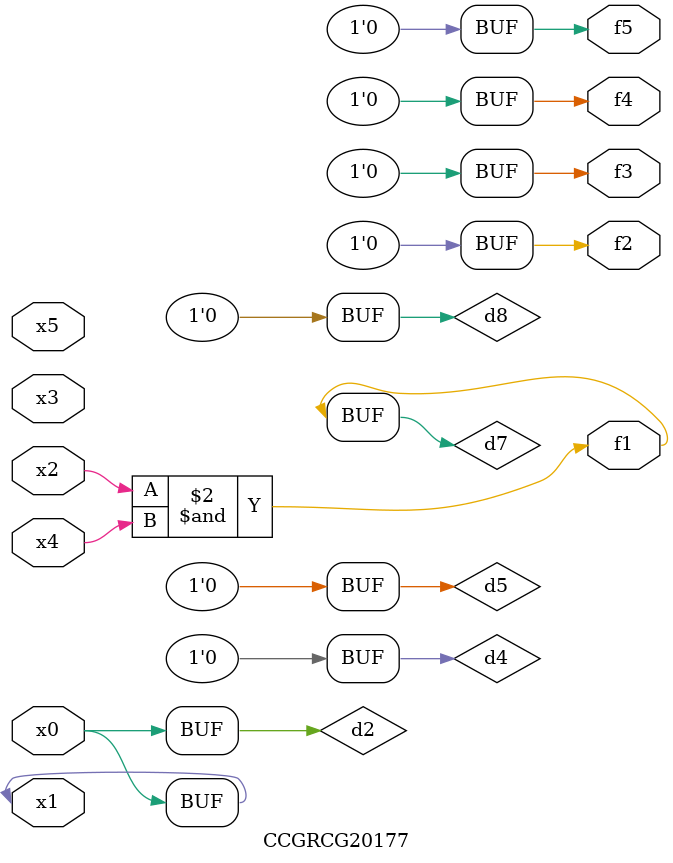
<source format=v>
module CCGRCG20177(
	input x0, x1, x2, x3, x4, x5,
	output f1, f2, f3, f4, f5
);

	wire d1, d2, d3, d4, d5, d6, d7, d8, d9;

	nand (d1, x1);
	buf (d2, x0, x1);
	nand (d3, x2, x4);
	and (d4, d1, d2);
	and (d5, d1, d2);
	nand (d6, d1, d3);
	not (d7, d3);
	xor (d8, d5);
	nor (d9, d5, d6);
	assign f1 = d7;
	assign f2 = d8;
	assign f3 = d8;
	assign f4 = d8;
	assign f5 = d8;
endmodule

</source>
